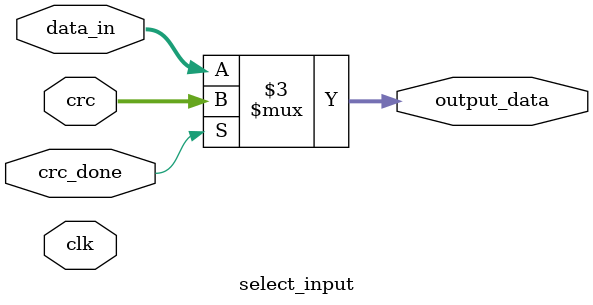
<source format=v>
module select_input
(
  input clk,
  input [7:0] data_in,
  input [7:0] crc,
  input       crc_done,
  output  reg [7:0]    output_data
);

 always@(*)
 begin 
 
   if(crc_done)
	   output_data = crc;
	else 
	   output_data = data_in;
 end 
 
  
endmodule 


</source>
